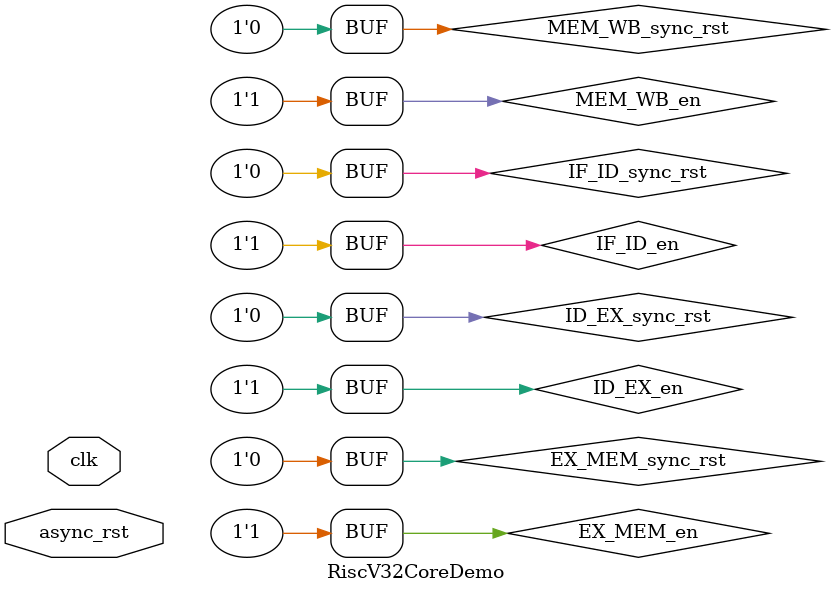
<source format=v>
`timescale 1ns / 1ps

module RiscV32CoreDemo(
    input clk, 
    input async_rst
);

    `include "include/PipelineStageWireDefs.vh"

    // STAGE IF

    ////////////////////////////
    ///////   ps1 IF/ID  ////////
    assign IF_ID_en = 1;
    assign IF_ID_sync_rst = 0; 
    `include "include/generated/PipelineInterface_IF_ID_Inst.vh"
    ////////////////////////////
    
    // STAGE ID

    /////////////////////////////
    ///////   ps2 ID/EX  ////////
    assign ID_EX_en = 1;
    assign ID_EX_sync_rst = 0; 
    `include "include/generated/PipelineInterface_ID_EX_Inst.vh"
    /////////////////////////////

    // STAGE EX

    /////////////////////////////
    ///////   ps3 EX/MEM  ////////
    assign EX_MEM_en = 1;
    assign EX_MEM_sync_rst = 0; 
    `include "include/generated/PipelineInterface_EX_MEM_Inst.vh"
    ////////////////////////////


    //////////////////////////////
    //////   ps4 MEM/WB  /////////
    assign MEM_WB_en = 1;
    assign MEM_WB_sync_rst = 0; 
    `include "include/generated/PipelineInterface_MEM_WB_Inst.vh"
    //////////////////////////////

    // STAGE WB

endmodule


</source>
